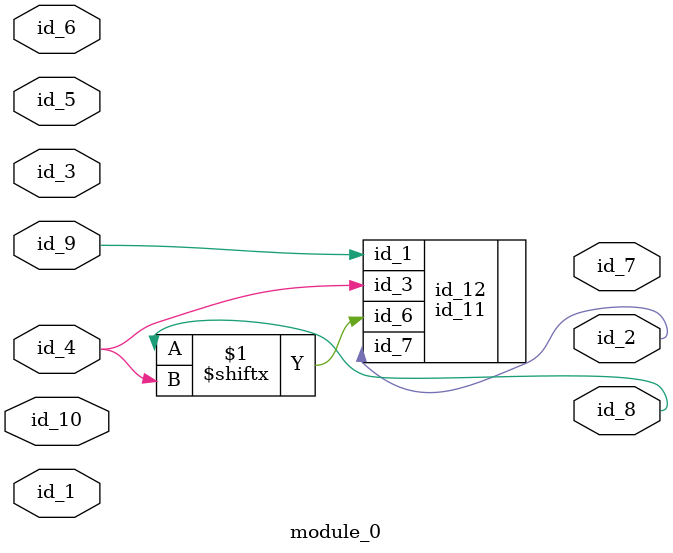
<source format=v>
module module_0 (
    id_1,
    id_2,
    id_3,
    id_4,
    id_5,
    id_6,
    id_7,
    id_8,
    id_9,
    id_10
);
  input id_10;
  input id_9;
  output id_8;
  output id_7;
  input id_6;
  input id_5;
  input id_4;
  input id_3;
  output id_2;
  input id_1;
  id_11 id_12 (
      .id_3(id_4),
      .id_6(id_8[id_4]),
      .id_7(id_2),
      .id_1(id_9)
  );
endmodule

</source>
